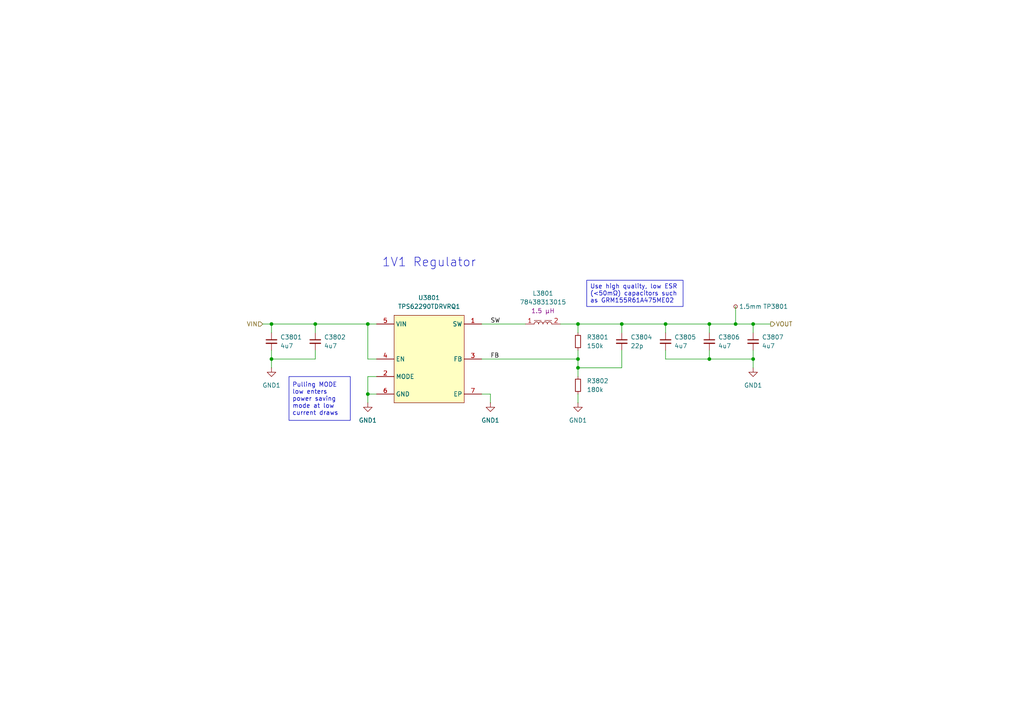
<source format=kicad_sch>
(kicad_sch (version 20250114) (generator "eeschema") (generator_version "9.0")
  (paper "A4")
  (lib_symbols
    (symbol "Connector:TestPoint_Small" (pin_numbers (hide yes)) (pin_names (offset 0.762) (hide yes))
      (property "Reference" "TP" (at 0 3.81 0))
      (property "Value" "TestPoint_Small" (at 0 2.032 0))
      (symbol "TestPoint_Small_0_1"
        (circle (center 0 0) (radius 0.508))
      )
      (symbol "TestPoint_Small_1_1"
        (pin passive line (at 0 0 90) (length 0) (name "1") (number "1"))
      )
    )
    (symbol "Device:C_Small" (pin_numbers (hide yes)) (pin_names (offset 0.254) (hide yes))
      (property "Reference" "C" (at 0.254 1.778 0))
      (property "Value" "C_Small" (at 0.254 -2.032 0))
      (symbol "C_Small_0_1"
        (polyline (pts (xy -1.524 0.508) (xy 1.524 0.508)) (stroke (width 0.3048)))
        (polyline (pts (xy -1.524 -0.508) (xy 1.524 -0.508)) (stroke (width 0.3302)))
      )
      (symbol "C_Small_1_1"
        (pin passive line (at 0 2.54 270) (length 2.032) (name "~") (number "1"))
        (pin passive line (at 0 -2.54 90) (length 2.032) (name "~") (number "2"))
      )
    )
    (symbol "Device:R_Small" (pin_numbers (hide yes)) (pin_names (offset 0.254) (hide yes))
      (property "Reference" "R" (at 0 0 90))
      (property "Value" "R_Small" (at 1.778 0 90))
      (symbol "R_Small_0_1"
        (rectangle (start -0.762 1.778) (end 0.762 -1.778) (stroke (width 0.2032)))
      )
      (symbol "R_Small_1_1"
        (pin passive line (at 0 2.54 270) (length 0.762) (name "~") (number "1"))
        (pin passive line (at 0 -2.54 90) (length 0.762) (name "~") (number "2"))
      )
    )
    (symbol "PWR-IND:1610_78438313015" (pin_names (hide yes))
      (property "Reference" "L" (at 0 8.89 0))
      (property "Value" "78438313015" (at 0 6.35 0))
      (property "Critical Parameter" "1.5 µH" (at 0 3.81 0))
      (symbol "1610_78438313015_0_1"
        (polyline (pts (xy -2.54 1.016) (xy -0.508 1.016)))
        (arc (start -2.54 0) (mid -1.905 0.6323) (end -1.27 0))
        (arc (start -1.27 0) (mid -0.635 0.6323) (end 0 0))
        (arc (start 0 0) (mid 0.635 0.6323) (end 1.27 0))
        (arc (start 1.27 0) (mid 1.905 0.6323) (end 2.54 0))
      )
      (symbol "1610_78438313015_1_1"
        (polyline (pts (xy 2.54 1.016) (xy 0.508 1.016)))
        (pin power_in line (at -5.08 0 0) (length 2.54) (name "1") (number "1"))
        (pin power_out line (at 5.08 0 180) (length 2.54) (name "2") (number "2"))
      )
    )
    (symbol "PWR-SMPS:TPS62290TDRVRQ1"
      (property "Reference" "U" (at 0 5.08 0))
      (property "Value" "TPS62290TDRVRQ1" (at 0 2.54 0))
      (symbol "TPS62290TDRVRQ1_1_1"
        (rectangle (start -10.16 0) (end 10.16 -25.4) (fill (type background)))
        (pin power_in line (at -15.24 -2.54 0) (length 5.08) (name "VIN") (number "5"))
        (pin input line (at -15.24 -12.7 0) (length 5.08) (name "EN") (number "4"))
        (pin input line (at -15.24 -17.78 0) (length 5.08) (name "MODE") (number "2"))
        (pin power_in line (at -15.24 -22.86 0) (length 5.08) (name "GND") (number "6"))
        (pin power_out line (at 15.24 -2.54 180) (length 5.08) (name "SW") (number "1"))
        (pin input line (at 15.24 -12.7 180) (length 5.08) (name "FB") (number "3"))
        (pin power_in line (at 15.24 -22.86 180) (length 5.08) (name "EP") (number "7"))
      )
    )
    (symbol "power:GND1" (power) (pin_numbers (hide yes)) (pin_names (offset 0) (hide yes))
      (property "Value" "GND1" (at 0 -3.81 0))
      (symbol "GND1_0_1"
        (polyline (pts (xy 0 0) (xy 0 -1.27) (xy 1.27 -1.27) (xy 0 -2.54) (xy -1.27 -1.27) (xy 0 -1.27)))
      )
      (symbol "GND1_1_1"
        (pin power_in line (at 0 0 270) (length 0) (name "~") (number "1"))
      )
    )
  )
  (text "1V1 Regulator" (at 124.46 76.2 0) (effects (font (size 2.54 2.54))))
  (text_box "Pulling MODE low enters power saving mode at low current draws" (at 83.82 109.22 0) (size 17.78 12.7) (margins 0.9525 0.9525 0.9525 0.9525) (effects (font (size 1.27 1.27)) (justify left)))
  (text_box "Use high quality, low ESR (<50mΩ) capacitors such as GRM155R61A475ME02" (at 170.18 81.28 0) (size 27.94 7.62) (margins 0.9525 0.9525 0.9525 0.9525) (effects (font (size 1.27 1.27)) (justify left top)))
  (junction (at 78.74 104.14))
  (junction (at 205.74 93.98))
  (junction (at 213.36 93.98))
  (junction (at 106.68 114.3))
  (junction (at 193.04 93.98))
  (junction (at 205.74 104.14))
  (junction (at 180.34 93.98))
  (junction (at 167.64 93.98))
  (junction (at 167.64 106.68))
  (junction (at 106.68 93.98))
  (junction (at 78.74 93.98))
  (junction (at 218.44 93.98))
  (junction (at 91.44 93.98))
  (junction (at 218.44 104.14))
  (junction (at 167.64 104.14))
  (wire (pts (xy 91.44 101.6) (xy 91.44 104.14)))
  (wire (pts (xy 78.74 106.68) (xy 78.74 104.14)))
  (wire (pts (xy 193.04 93.98) (xy 205.74 93.98)))
  (wire (pts (xy 91.44 93.98) (xy 91.44 96.52)))
  (wire (pts (xy 193.04 93.98) (xy 193.04 96.52)))
  (wire (pts (xy 139.7 104.14) (xy 167.64 104.14)))
  (wire (pts (xy 162.56 93.98) (xy 167.64 93.98)))
  (wire (pts (xy 167.64 101.6) (xy 167.64 104.14)))
  (wire (pts (xy 167.64 114.3) (xy 167.64 116.84)))
  (wire (pts (xy 205.74 93.98) (xy 205.74 96.52)))
  (wire (pts (xy 91.44 93.98) (xy 106.68 93.98)))
  (wire (pts (xy 193.04 104.14) (xy 205.74 104.14)))
  (wire (pts (xy 78.74 101.6) (xy 78.74 104.14)))
  (wire (pts (xy 106.68 93.98) (xy 109.22 93.98)))
  (wire (pts (xy 106.68 93.98) (xy 106.68 104.14)))
  (wire (pts (xy 180.34 93.98) (xy 180.34 96.52)))
  (wire (pts (xy 180.34 93.98) (xy 193.04 93.98)))
  (wire (pts (xy 167.64 93.98) (xy 167.64 96.52)))
  (wire (pts (xy 78.74 93.98) (xy 78.74 96.52)))
  (wire (pts (xy 106.68 109.22) (xy 109.22 109.22)))
  (wire (pts (xy 218.44 106.68) (xy 218.44 104.14)))
  (wire (pts (xy 205.74 101.6) (xy 205.74 104.14)))
  (wire (pts (xy 193.04 101.6) (xy 193.04 104.14)))
  (wire (pts (xy 167.64 93.98) (xy 180.34 93.98)))
  (wire (pts (xy 180.34 101.6) (xy 180.34 106.68)))
  (wire (pts (xy 142.24 114.3) (xy 139.7 114.3)))
  (wire (pts (xy 109.22 114.3) (xy 106.68 114.3)))
  (wire (pts (xy 78.74 104.14) (xy 91.44 104.14)))
  (wire (pts (xy 167.64 106.68) (xy 167.64 109.22)))
  (wire (pts (xy 78.74 93.98) (xy 91.44 93.98)))
  (wire (pts (xy 142.24 116.84) (xy 142.24 114.3)))
  (wire (pts (xy 213.36 88.9) (xy 213.36 93.98)))
  (wire (pts (xy 218.44 101.6) (xy 218.44 104.14)))
  (wire (pts (xy 167.64 104.14) (xy 167.64 106.68)))
  (wire (pts (xy 205.74 93.98) (xy 213.36 93.98)))
  (wire (pts (xy 106.68 109.22) (xy 106.68 114.3)))
  (wire (pts (xy 218.44 93.98) (xy 218.44 96.52)))
  (wire (pts (xy 218.44 93.98) (xy 223.52 93.98)))
  (wire (pts (xy 180.34 106.68) (xy 167.64 106.68)))
  (wire (pts (xy 218.44 104.14) (xy 205.74 104.14)))
  (wire (pts (xy 76.2 93.98) (xy 78.74 93.98)))
  (wire (pts (xy 106.68 114.3) (xy 106.68 116.84)))
  (wire (pts (xy 109.22 104.14) (xy 106.68 104.14)))
  (wire (pts (xy 139.7 93.98) (xy 152.4 93.98)))
  (wire (pts (xy 213.36 93.98) (xy 218.44 93.98)))
  (label "FB" (at 142.24 104.14 0))
  (label "SW" (at 142.24 93.98 0))
  (hierarchical_label "VOUT" (shape output) (at 223.52 93.98 0))
  (hierarchical_label "VIN" (shape input) (at 76.2 93.98 180))
  (symbol (lib_id "Device:C_Small") (at 218.44 99.06 0) (unit 1)
    (property "Reference" "C3807" (at 220.98 97.7962 0) (effects (justify left)))
    (property "Value" "4u7" (at 220.98 100.3362 0) (effects (justify left)))
    (property "Footprint" "project_footprints:C_0402" (effects (hide yes)))
    (property "Description" "Unpolarized capacitor, small symbol" (effects (hide yes)))
  )
  (symbol (lib_id "power:GND1") (at 218.44 106.68 0) (unit 1)
    (property "Reference" "#PWR03805" (effects (hide yes)))
    (property "Value" "GND1" (at 218.44 111.76 0))
    (property "Description" "Power symbol creates a global label with name \"GND1\" , ground" (effects (hide yes)))
  )
  (symbol (lib_id "Device:R_Small") (at 167.64 111.76 0) (unit 1)
    (property "Reference" "R3802" (at 170.18 110.4899 0) (effects (justify left)))
    (property "Value" "180k" (at 170.18 113.0299 0) (effects (justify left)))
    (property "Footprint" "project_footprints:R_0402" (effects (hide yes)))
    (property "Description" "Resistor, small symbol" (effects (hide yes)))
  )
  (symbol (lib_id "Device:C_Small") (at 193.04 99.06 0) (unit 1)
    (property "Reference" "C3805" (at 195.58 97.7962 0) (effects (justify left)))
    (property "Value" "4u7" (at 195.58 100.3362 0) (effects (justify left)))
    (property "Footprint" "project_footprints:C_0402" (effects (hide yes)))
    (property "Description" "Unpolarized capacitor, small symbol" (effects (hide yes)))
  )
  (symbol (lib_id "power:GND1") (at 106.68 116.84 0) (unit 1)
    (property "Reference" "#PWR03802" (effects (hide yes)))
    (property "Value" "GND1" (at 106.68 121.92 0))
    (property "Description" "Power symbol creates a global label with name \"GND1\" , ground" (effects (hide yes)))
  )
  (symbol (lib_id "Device:C_Small") (at 78.74 99.06 0) (unit 1)
    (property "Reference" "C3801" (at 81.28 97.7962 0) (effects (justify left)))
    (property "Value" "4u7" (at 81.28 100.3362 0) (effects (justify left)))
    (property "Footprint" "project_footprints:C_0402" (effects (hide yes)))
    (property "Description" "Unpolarized capacitor, small symbol" (effects (hide yes)))
  )
  (symbol (lib_id "power:GND1") (at 167.64 116.84 0) (unit 1)
    (property "Reference" "#PWR03804" (effects (hide yes)))
    (property "Value" "GND1" (at 167.64 121.92 0))
    (property "Description" "Power symbol creates a global label with name \"GND1\" , ground" (effects (hide yes)))
  )
  (symbol (lib_id "Device:C_Small") (at 180.34 99.06 0) (unit 1)
    (property "Reference" "C3804" (at 182.88 97.7962 0) (effects (justify left)))
    (property "Value" "22p" (at 182.88 100.3362 0) (effects (justify left)))
    (property "Footprint" "project_footprints:C_0402" (effects (hide yes)))
    (property "Description" "Unpolarized capacitor, small symbol" (effects (hide yes)))
  )
  (symbol (lib_id "Device:R_Small") (at 167.64 99.06 0) (unit 1)
    (property "Reference" "R3801" (at 170.18 97.7899 0) (effects (justify left)))
    (property "Value" "150k" (at 170.18 100.3299 0) (effects (justify left)))
    (property "Footprint" "project_footprints:R_0402" (effects (hide yes)))
    (property "Description" "Resistor, small symbol" (effects (hide yes)))
  )
  (symbol (lib_id "Device:C_Small") (at 205.74 99.06 0) (unit 1)
    (property "Reference" "C3806" (at 208.28 97.7962 0) (effects (justify left)))
    (property "Value" "4u7" (at 208.28 100.3362 0) (effects (justify left)))
    (property "Footprint" "project_footprints:C_0402" (effects (hide yes)))
    (property "Description" "Unpolarized capacitor, small symbol" (effects (hide yes)))
  )
  (symbol (lib_id "power:GND1") (at 78.74 106.68 0) (mirror y) (unit 1)
    (property "Reference" "#PWR03801" (effects (hide yes)))
    (property "Value" "GND1" (at 78.74 111.76 0))
    (property "Description" "Power symbol creates a global label with name \"GND1\" , ground" (effects (hide yes)))
  )
  (symbol (lib_id "PWR-SMPS:TPS62290TDRVRQ1") (at 124.46 91.44 0) (unit 1)
    (property "Reference" "U3801" (at 124.46 86.36 0))
    (property "Value" "TPS62290TDRVRQ1" (at 124.46 88.9 0))
    (property "Footprint" "project_footprints:SON65P200X200X80-7N" (effects (hide yes)))
    (property "Datasheet" "http://www.ti.com/lit/gpn/tps62290-q1" (effects (hide yes)))
    (property "Description" "Automotive 2.3V to 6V, 2.25MHz Fixed Frequency 1A Buck Converter in 2x2mm SON/TSOT23 Package" (effects (hide yes)))
    (property "Height" "0.8" (effects (hide yes)))
    (property "Mouser Part Number" "595-TPS62290TDRVRQ1" (effects (hide yes)))
    (property "Mouser Price/Stock" "https://www.mouser.co.uk/ProductDetail/Texas-Instruments/TPS62290TDRVRQ1?qs=NiBvnJE4bX0YWtuMnJowVQ%3D%3D" (effects (hide yes)))
    (property "Manufacturer_Name" "Texas Instruments" (effects (hide yes)))
    (property "Manufacturer_Part_Number" "TPS62290TDRVRQ1" (effects (hide yes)))
  )
  (symbol (lib_id "PWR-IND:1610_78438313015") (at 157.48 93.98 0) (unit 1)
    (property "Reference" "L3801" (at 157.48 85.09 0))
    (property "Value" "78438313015" (at 157.48 87.63 0))
    (property "Footprint" "project_footprints:L_Wurth_WE-MAIA-1610" (effects (hide yes)))
    (property "Datasheet" "https://www.we-online.com/catalog/datasheet/78438313015.pdf?ki" (effects (hide yes)))
    (property "Description" "Single Coil Power Inductor" (effects (hide yes)))
    (property "Manufacturer" "Wurth Elektronik" (effects (hide yes)))
    (property "Manufacturer URL" "https://www.we-online.com" (effects (hide yes)))
    (property "Published Date" "20250429" (effects (hide yes)))
    (property "Match Code" "WE-MAIA" (effects (hide yes)))
    (property "Part Number" "78438313015" (effects (hide yes)))
    (property "Size" "1610" (effects (hide yes)))
    (property "Mounting Technology" "SMT" (effects (hide yes)))
    (property "L (µH)" "1.5" (effects (hide yes)))
    (property "ISAT,10% (A)" "1.8" (effects (hide yes)))
    (property "ISAT,30% (A)" "3.45" (effects (hide yes)))
    (property "RDC max. (mΩ)" "237.0" (effects (hide yes)))
    (property "fres (MHz)" "90.0" (effects (hide yes)))
    (property "IRP,40K (A)" "1.8" (effects (hide yes)))
    (property "Critical Parameter" "1.5 µH" (at 157.48 90.17 0))
  )
  (symbol (lib_id "power:GND1") (at 142.24 116.84 0) (unit 1)
    (property "Reference" "#PWR03803" (effects (hide yes)))
    (property "Value" "GND1" (at 142.24 121.92 0))
    (property "Description" "Power symbol creates a global label with name \"GND1\" , ground" (effects (hide yes)))
  )
  (symbol (lib_id "Device:C_Small") (at 91.44 99.06 0) (unit 1)
    (property "Reference" "C3802" (at 93.98 97.7962 0) (effects (justify left)))
    (property "Value" "4u7" (at 93.98 100.3362 0) (effects (justify left)))
    (property "Footprint" "project_footprints:C_0402" (effects (hide yes)))
    (property "Description" "Unpolarized capacitor, small symbol" (effects (hide yes)))
  )
  (symbol (lib_id "Connector:TestPoint_Small") (at 213.36 88.9 0) (unit 1) (in_bom no)
    (property "Reference" "TP3801" (at 228.6 88.9 0) (effects (justify right)))
    (property "Value" "1.5mm" (at 220.98 88.9 0) (effects (justify right)))
    (property "Footprint" "TestPoint:TestPoint_Pad_D1.5mm" (effects (hide yes)))
    (property "Description" "test point" (effects (hide yes)))
  )
)
</source>
